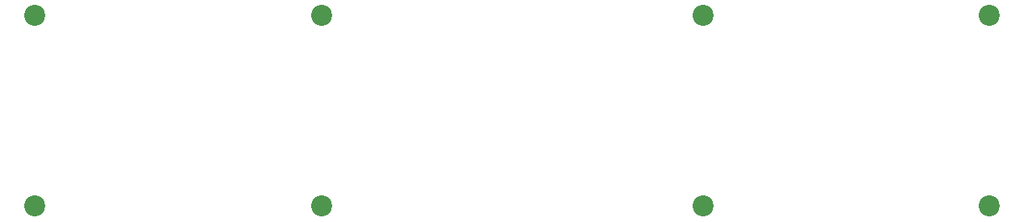
<source format=gbr>
%TF.GenerationSoftware,KiCad,Pcbnew,(6.0.4-0)*%
%TF.CreationDate,2023-10-08T14:18:06-05:00*%
%TF.ProjectId,buinchiez40,6275696e-6368-4696-957a-34302e6b6963,rev?*%
%TF.SameCoordinates,Original*%
%TF.FileFunction,NonPlated,1,2,NPTH,Drill*%
%TF.FilePolarity,Positive*%
%FSLAX46Y46*%
G04 Gerber Fmt 4.6, Leading zero omitted, Abs format (unit mm)*
G04 Created by KiCad (PCBNEW (6.0.4-0)) date 2023-10-08 14:18:06*
%MOMM*%
%LPD*%
G01*
G04 APERTURE LIST*
%TA.AperFunction,ComponentDrill*%
%ADD10C,2.200000*%
%TD*%
G04 APERTURE END LIST*
D10*
%TO.C,REF\u002A\u002A*%
X95000000Y-65000000D03*
X95000000Y-85000000D03*
X125000000Y-65000000D03*
X125000000Y-85000000D03*
X165000000Y-65000000D03*
X165000000Y-85000000D03*
X195000000Y-65000000D03*
X195000000Y-85000000D03*
M02*

</source>
